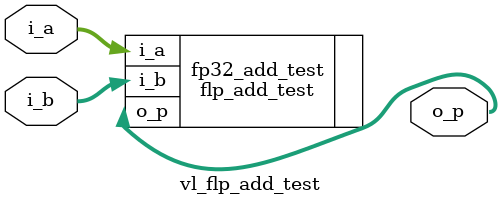
<source format=v>
/*
 * Copyright (c) 2020 The VxEngine Project. All rights reserved.
 *
 * Redistribution and use in source and binary forms, with or without
 * modification, are permitted provided that the following conditions
 * are met:
 * 1. Redistributions of source code must retain the above copyright
 *    notice, this list of conditions and the following disclaimer.
 * 2. Redistributions in binary form must reproduce the above copyright
 *    notice, this list of conditions and the following disclaimer in the
 *    documentation and/or other materials provided with the distribution.
 *
 * THIS SOFTWARE IS PROVIDED BY THE AUTHOR AND CONTRIBUTORS ``AS IS'' AND
 * ANY EXPRESS OR IMPLIED WARRANTIES, INCLUDING, BUT NOT LIMITED TO, THE
 * IMPLIED WARRANTIES OF MERCHANTABILITY AND FITNESS FOR A PARTICULAR PURPOSE
 * ARE DISCLAIMED.  IN NO EVENT SHALL THE AUTHOR OR CONTRIBUTORS BE LIABLE
 * FOR ANY DIRECT, INDIRECT, INCIDENTAL, SPECIAL, EXEMPLARY, OR CONSEQUENTIAL
 * DAMAGES (INCLUDING, BUT NOT LIMITED TO, PROCUREMENT OF SUBSTITUTE GOODS
 * OR SERVICES; LOSS OF USE, DATA, OR PROFITS; OR BUSINESS INTERRUPTION)
 * HOWEVER CAUSED AND ON ANY THEORY OF LIABILITY, WHETHER IN CONTRACT, STRICT
 * LIABILITY, OR TORT (INCLUDING NEGLIGENCE OR OTHERWISE) ARISING IN ANY WAY
 * OUT OF THE USE OF THIS SOFTWARE, EVEN IF ADVISED OF THE POSSIBILITY OF
 * SUCH DAMAGE.
 */

/*
 * Floating point adder logic test
 */

module vl_flp_add_test(
	i_a,
	i_b,
	o_p
);
/* Inputs */
input wire [31:0]	i_a;
input wire [31:0]	i_b;
/* Outputs */
output wire [31:0]	o_p;


/* FP32 adder test instance */
flp_add_test #(
	.EWIDTH(8),
	.SWIDTH(23),
	.RSWIDTH(2)
) fp32_add_test (
	.i_a(i_a),
	.i_b(i_b),
	.o_p(o_p)
);


endmodule /* vl_flp_add_test */

</source>
